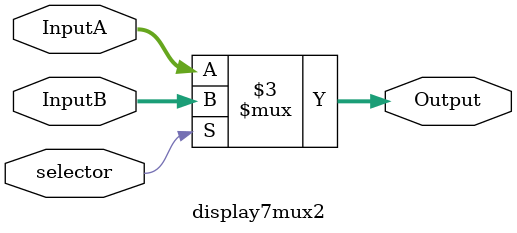
<source format=sv>
module display7mux2(
	input logic selector,
	input logic [6:0] InputA,
	input logic [6:0] InputB,
	output logic [6:0] Output
);

always_comb begin
	if (selector) Output = InputB;
	else Output = InputA;
end
endmodule

</source>
